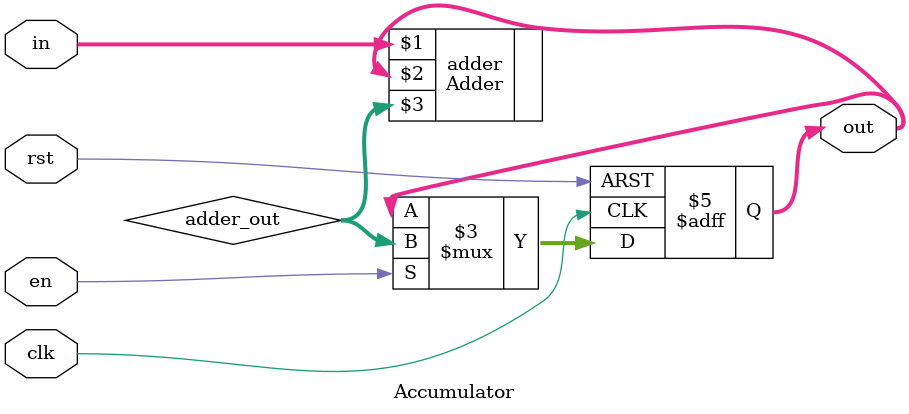
<source format=v>
`timescale 1ns/1ns

module Accumulator(input clk, rst, en, input[20:0] in, output reg[20:0] out);
  wire[20:0] adder_out;
  Adder adder(in, out, adder_out);
  always @(posedge clk, posedge rst) begin
    if(rst) 
      out <= 21'd0;
    else if(en) 
      out <= adder_out;
    else 
      out <= out;
  end
endmodule
</source>
